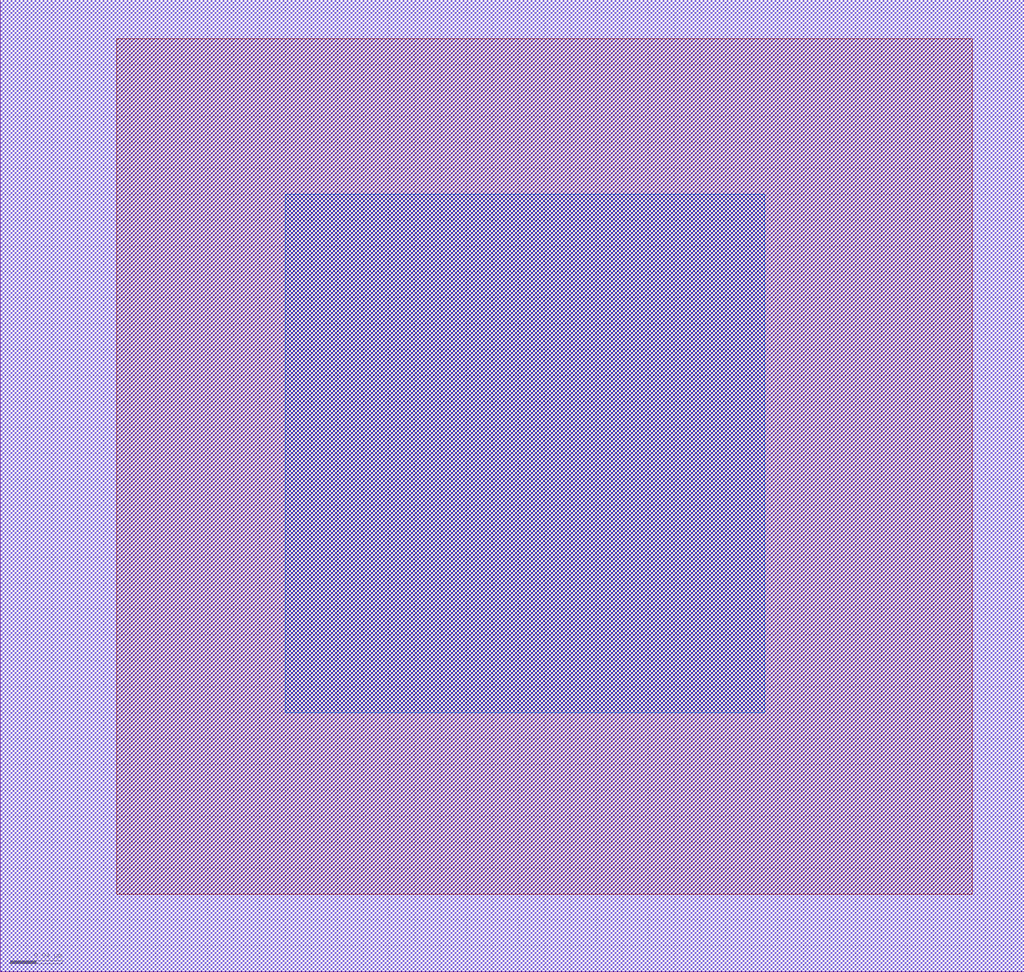
<source format=lef>
VERSION 5.7 ;
  NOWIREEXTENSIONATPIN ON ;
  DIVIDERCHAR "/" ;
  BUSBITCHARS "[]" ;
UNITS
  DATABASE MICRONS 200 ;
END UNITS

LAYER via2
  TYPE CUT ;
END via2

LAYER via
  TYPE CUT ;
END via

LAYER nwell
  TYPE MASTERSLICE ;
END nwell

LAYER via3
  TYPE CUT ;
END via3

LAYER pwell
  TYPE MASTERSLICE ;
END pwell

LAYER via4
  TYPE CUT ;
END via4

LAYER mcon
  TYPE CUT ;
END mcon

LAYER met6
  TYPE ROUTING ;
  WIDTH 0.030000 ;
  SPACING 0.040000 ;
  DIRECTION HORIZONTAL ;
END met6

LAYER met1
  TYPE ROUTING ;
  WIDTH 0.140000 ;
  SPACING 0.140000 ;
  DIRECTION HORIZONTAL ;
END met1

LAYER met3
  TYPE ROUTING ;
  WIDTH 0.300000 ;
  SPACING 0.300000 ;
  DIRECTION HORIZONTAL ;
END met3

LAYER met2
  TYPE ROUTING ;
  WIDTH 0.140000 ;
  SPACING 0.140000 ;
  DIRECTION HORIZONTAL ;
END met2

LAYER met4
  TYPE ROUTING ;
  WIDTH 0.300000 ;
  SPACING 0.300000 ;
  DIRECTION HORIZONTAL ;
END met4

LAYER met5
  TYPE ROUTING ;
  WIDTH 1.600000 ;
  SPACING 1.600000 ;
  DIRECTION HORIZONTAL ;
END met5

LAYER li1
  TYPE ROUTING ;
  WIDTH 0.170000 ;
  SPACING 0.170000 ;
  DIRECTION HORIZONTAL ;
END li1

MACRO sky130_hilas_m22m4
  CLASS BLOCK ;
  FOREIGN sky130_hilas_m22m4 ;
  ORIGIN 0.360 0.360 ;
  SIZE 0.790 BY 0.750 ;
  OBS
      LAYER met2 ;
        RECT -0.140 -0.160 0.230 0.240 ;
      LAYER met3 ;
        RECT -0.360 -0.360 0.430 0.390 ;
      LAYER met4 ;
        RECT -0.270 -0.300 0.390 0.360 ;
  END
END sky130_hilas_m22m4
END LIBRARY


</source>
